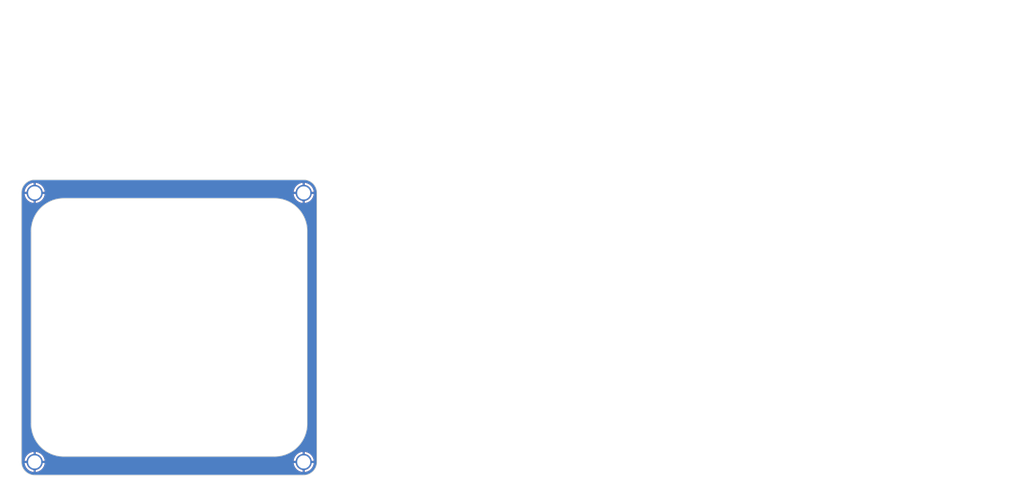
<source format=kicad_pcb>
(kicad_pcb (version 20241229) (generator "pcbnew") (generator_version "9.0")
  (layers (0 "F.Cu" signal) (2 "B.Cu" signal) (13 "F.Paste" user) (15 "B.Paste" user) (5 "F.SilkS" user "F.Silkscreen") (7 "B.SilkS" user "B.Silkscreen") (1 "F.Mask" user) (3 "B.Mask" user) (25 "Edge.Cuts" user))
  (net 0 "")
  (net 1 "GND")
  (footprint "DreaM117er-keebLibrary:MountingHole_2.2mm_M2_Nut_THT" (layer "F.Cu") (at 85.775 57.886 45)
    (property "Reference" "H10")
    (property "Value" "M2" (hide yes))
    (pad "1" thru_hole circle (at 0 0 45) (size 2.7 2.7) (drill 2.2) (layers "*.Cu") (net 1 "GND"))
  )
  (footprint "DreaM117er-keebLibrary:MountingHole_2.2mm_M2_Nut_THT" (layer "F.Cu") (at 40.661 103 -135)
    (property "Reference" "H9")
    (property "Value" "M2" (hide yes))
    (pad "1" thru_hole circle (at 0 0 225) (size 2.7 2.7) (drill 2.2) (layers "*.Cu") (net 1 "GND"))
  )
  (footprint "DreaM117er-keebLibrary:Azoteq_TPS43_201A_S" (layer "F.Cu") (at 63.218 80.443)
    (property "Reference" "H5" (hide yes))
    (property "Value" "TPS43")
  )
  (footprint "DreaM117er-keebLibrary:MountingHole_2.2mm_M2_Nut_THT" (layer "F.Cu") (at 40.661 57.886 135)
    (property "Reference" "H8")
    (property "Value" "M2" (hide yes))
    (pad "1" thru_hole circle (at 0 0 135) (size 2.7 2.7) (drill 2.2) (layers "*.Cu") (net 1 "GND"))
  )
  (footprint "DreaM117er-keebLibrary:MountingHole_2.2mm_M2_Nut_THT" (layer "F.Cu") (at 85.775 103 135)
    (property "Reference" "H11")
    (property "Value" "M2" (hide yes))
    (pad "1" thru_hole circle (at 0 0 135) (size 2.7 2.7) (drill 2.2) (layers "*.Cu") (net 1 "GND"))
  )
  (gr_line (start 40.068 64.293) (end 40.068 96.593) (stroke (width 0.1)) (layer "Edge.Cuts"))
  (gr_arc (start 80.868 58.793) (mid 84.757087 60.403913) (end 86.368 64.293) (stroke (width 0.1)) (layer "Edge.Cuts"))
  (gr_line (start 45.568 58.793) (end 80.868 58.793) (stroke (width 0.1)) (layer "Edge.Cuts"))
  (gr_line (start 86.368 64.293) (end 86.368 96.593) (stroke (width 0.1)) (layer "Edge.Cuts"))
  (gr_arc (start 38.461 57.886) (mid 39.105365 56.330365) (end 40.661 55.686) (stroke (width 0.1)) (layer "Edge.Cuts"))
  (gr_arc (start 45.568 102.093) (mid 41.678913 100.482087) (end 40.068 96.593) (stroke (width 0.1)) (layer "Edge.Cuts"))
  (gr_line (start 85.775 55.686) (end 40.661 55.686) (stroke (width 0.1)) (layer "Edge.Cuts"))
  (gr_arc (start 40.661 105.2) (mid 39.105365 104.555635) (end 38.461 103) (stroke (width 0.1)) (layer "Edge.Cuts"))
  (gr_line (start 87.975 103) (end 87.975 57.886) (stroke (width 0.1)) (layer "Edge.Cuts"))
  (gr_arc (start 86.368 96.593) (mid 84.757087 100.482087) (end 80.868 102.093) (stroke (width 0.1)) (layer "Edge.Cuts"))
  (gr_line (start 38.461 57.886) (end 38.461 103) (stroke (width 0.1)) (layer "Edge.Cuts"))
  (gr_arc (start 87.975 103) (mid 87.330635 104.555635) (end 85.775 105.2) (stroke (width 0.1)) (layer "Edge.Cuts"))
  (gr_arc (start 85.775 55.686) (mid 87.330635 56.330365) (end 87.975 57.886) (stroke (width 0.1)) (layer "Edge.Cuts"))
  (gr_line (start 40.661 105.2) (end 85.775 105.2) (stroke (width 0.1)) (layer "Edge.Cuts"))
  (gr_arc (start 40.068 64.293) (mid 41.678913 60.403913) (end 45.568 58.793) (stroke (width 0.1)) (layer "Edge.Cuts"))
  (gr_line (start 45.568 102.093) (end 80.868 102.093) (stroke (width 0.1)) (layer "Edge.Cuts"))
  (zone (net 1) (net_name "GND") (layers "F.Cu" "B.Cu") (connect_pads (clearance 0.25)) (min_thickness 0.25) (fill yes (thermal_gap 0.35) (thermal_bridge_width 0.35) (island_removal_mode 1) (island_area_min 10))
    (polygon (pts (xy 34.85 25.54) (xy 34.85 108.17) (xy 206.22 108.4) (xy 206.56 25.66)))
  )
)
</source>
